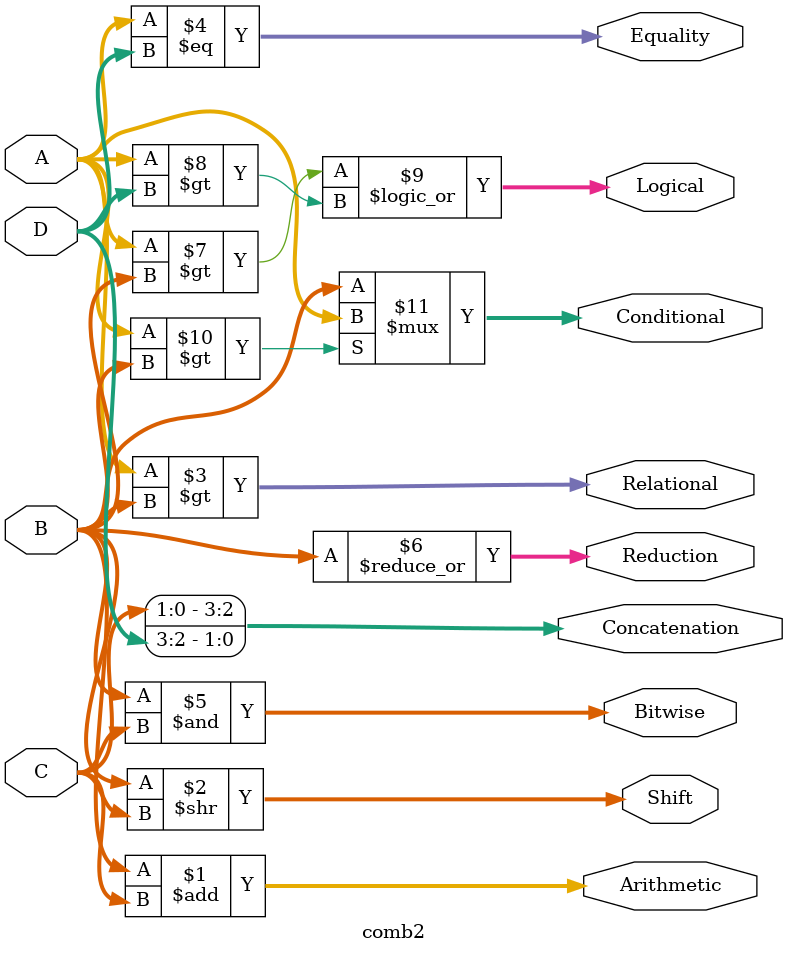
<source format=v>
module comb2(
    input [3:0] A, 
    input [3:0] B,
    input [3:0] C,
    input [3:0] D,

    output [3:0] Arithmetic, 
    output [3:0] Shift, 
    output [3:0] Relational, 
    output [3:0] Equality, 
    output [3:0] Bitwise, 
    output [3:0] Reduction, 
    output [3:0] Logical, 
    output [3:0] Concatenation,
    output [3:0] Conditional  
);

    assign Arithmetic = B + C;
    assign Shift = B >> C;
    assign Relational = A > B;
    assign Equality = A == D;
    assign Bitwise = B & C;
    assign Reduction = |B;
    assign Logical = (A > B) || (A > D);
    assign Concatenation = {C[1:0], D[3:2]};
    assign Conditional = (A > B) ? A : B;

endmodule
</source>
